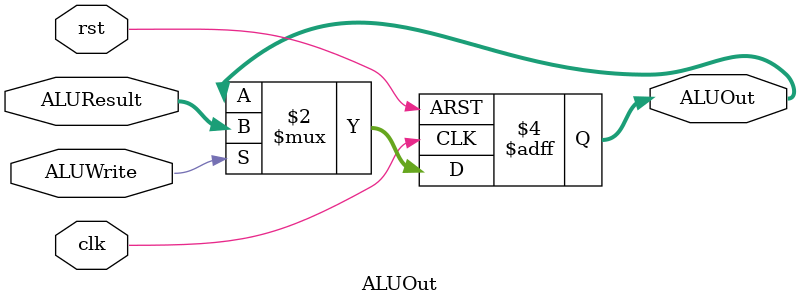
<source format=v>
`timescale 1ns / 1ps


module ALUOut(
    input [31:0] ALUResult, 
    input clk, rst,
    input ALUWrite, //Ð´ALUµÄ¿ØÖÆÐÅºÅ
    output reg [31:0] ALUOut
);
always @(posedge clk or posedge rst) begin
    if (rst) begin
        ALUOut <= 32'b0;
    end else if (ALUWrite) begin//ÉÏÉýÑØÐ´ÈëALUOut
        ALUOut <= ALUResult;
    end
end
endmodule

</source>
